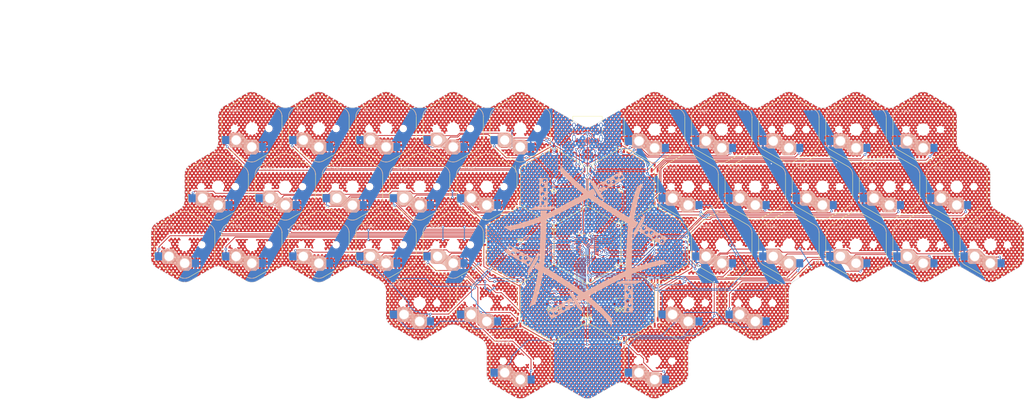
<source format=kicad_pcb>
(kicad_pcb
	(version 20240108)
	(generator "pcbnew")
	(generator_version "8.0")
	(general
		(thickness 1.6)
		(legacy_teardrops no)
	)
	(paper "A4")
	(layers
		(0 "F.Cu" signal)
		(31 "B.Cu" signal)
		(32 "B.Adhes" user "B.Adhesive")
		(33 "F.Adhes" user "F.Adhesive")
		(34 "B.Paste" user)
		(35 "F.Paste" user)
		(36 "B.SilkS" user "B.Silkscreen")
		(37 "F.SilkS" user "F.Silkscreen")
		(38 "B.Mask" user)
		(39 "F.Mask" user)
		(40 "Dwgs.User" user "User.Drawings")
		(41 "Cmts.User" user "User.Comments")
		(42 "Eco1.User" user "User.Eco1")
		(43 "Eco2.User" user "User.Eco2")
		(44 "Edge.Cuts" user)
		(45 "Margin" user)
		(46 "B.CrtYd" user "B.Courtyard")
		(47 "F.CrtYd" user "F.Courtyard")
		(48 "B.Fab" user)
		(49 "F.Fab" user)
		(50 "User.1" user)
		(51 "User.2" user)
		(52 "User.3" user)
		(53 "User.4" user)
		(54 "User.5" user)
		(55 "User.6" user)
		(56 "User.7" user)
		(57 "User.8" user)
		(58 "User.9" user)
	)
	(setup
		(pad_to_mask_clearance 0)
		(allow_soldermask_bridges_in_footprints no)
		(pcbplotparams
			(layerselection 0x00010fc_ffffffff)
			(plot_on_all_layers_selection 0x0000000_00000000)
			(disableapertmacros no)
			(usegerberextensions yes)
			(usegerberattributes no)
			(usegerberadvancedattributes no)
			(creategerberjobfile no)
			(dashed_line_dash_ratio 12.000000)
			(dashed_line_gap_ratio 3.000000)
			(svgprecision 4)
			(plotframeref no)
			(viasonmask no)
			(mode 1)
			(useauxorigin no)
			(hpglpennumber 1)
			(hpglpenspeed 20)
			(hpglpendiameter 15.000000)
			(pdf_front_fp_property_popups yes)
			(pdf_back_fp_property_popups yes)
			(dxfpolygonmode yes)
			(dxfimperialunits yes)
			(dxfusepcbnewfont yes)
			(psnegative no)
			(psa4output no)
			(plotreference yes)
			(plotvalue no)
			(plotfptext yes)
			(plotinvisibletext no)
			(sketchpadsonfab no)
			(subtractmaskfromsilk yes)
			(outputformat 1)
			(mirror no)
			(drillshape 0)
			(scaleselection 1)
			(outputdirectory "production-files")
		)
	)
	(net 0 "")
	(net 1 "Net-(D1-A1)")
	(net 2 "Net-(D1-A2)")
	(net 3 "Net-(D2-A1)")
	(net 4 "Net-(D2-A2)")
	(net 5 "Net-(D3-A1)")
	(net 6 "+3.3V")
	(net 7 "GND")
	(net 8 "VCC")
	(net 9 "Net-(D35-A)")
	(net 10 "VBUS")
	(net 11 "CC1")
	(net 12 "PORT+")
	(net 13 "PORT-")
	(net 14 "unconnected-(J1-SBU1-PadA8)")
	(net 15 "CC2")
	(net 16 "unconnected-(J1-SBU2-PadB8)")
	(net 17 "UDP")
	(net 18 "BOOT")
	(net 19 "RST")
	(net 20 "UDM")
	(net 21 "Net-(D3-A2)")
	(net 22 "Net-(D4-A1)")
	(net 23 "Net-(D4-A2)")
	(net 24 "Net-(D5-A1)")
	(net 25 "Net-(D5-A2)")
	(net 26 "Net-(D6-A1)")
	(net 27 "Net-(D6-A2)")
	(net 28 "Net-(D8-A1)")
	(net 29 "Net-(D8-A2)")
	(net 30 "Net-(D9-A1)")
	(net 31 "Net-(D9-A2)")
	(net 32 "Net-(D10-A2)")
	(net 33 "Net-(D12-A1)")
	(net 34 "Net-(D12-A2)")
	(net 35 "Net-(D13-A1)")
	(net 36 "Net-(D13-A2)")
	(net 37 "Net-(D15-A1)")
	(net 38 "Net-(D15-A2)")
	(net 39 "Net-(D16-A1)")
	(net 40 "Net-(D16-A2)")
	(net 41 "Net-(D17-A1)")
	(net 42 "Net-(D17-A2)")
	(net 43 "Net-(D18-A2)")
	(net 44 "Net-(D19-A1)")
	(net 45 "Net-(D10-A1)")
	(net 46 "Net-(D7-A1)")
	(net 47 "Net-(D7-A2)")
	(net 48 "Net-(D19-A2)")
	(net 49 "Net-(D14-A2)")
	(net 50 "Net-(D14-A1)")
	(net 51 "Net-(D18-A1)")
	(net 52 "col10")
	(net 53 "row3")
	(net 54 "row4")
	(net 55 "col1")
	(net 56 "col2")
	(net 57 "col3")
	(net 58 "col4")
	(net 59 "col5")
	(net 60 "col6")
	(net 61 "col7")
	(net 62 "col8")
	(net 63 "col9")
	(net 64 "row1")
	(net 65 "row2")
	(footprint "Package_TO_SOT_SMD:SOT-23" (layer "F.Cu") (at 129 49.652128 90))
	(footprint "Package_TO_SOT_SMD:SOT-23" (layer "F.Cu") (at 172 80.684708))
	(footprint "Resistor_SMD:R_0603_1608Metric_Pad0.98x0.95mm_HandSolder" (layer "F.Cu") (at 161.25 80.684708))
	(footprint "Resistor_SMD:R_0603_1608Metric_Pad0.98x0.95mm_HandSolder" (layer "F.Cu") (at 118.25 80.684708))
	(footprint "Package_TO_SOT_SMD:SOT-23" (layer "F.Cu") (at 161.25 68.271676 90))
	(footprint "Resistor_SMD:R_0603_1608Metric_Pad0.98x0.95mm_HandSolder" (layer "F.Cu") (at 129 62.06516 180))
	(footprint "Fuse:Fuse_0603_1608Metric_Pad1.05x0.95mm_HandSolder" (layer "F.Cu") (at 150.5 62.06516 180))
	(footprint "Diode_SMD:D_SOD-323_HandSoldering" (layer "F.Cu") (at 139.75 105.510772))
	(footprint "Package_TO_SOT_SMD:SOT-23" (layer "F.Cu") (at 161.25 93.09774 -90))
	(footprint "Capacitor_SMD:C_0603_1608Metric_Pad1.08x0.95mm_HandSolder" (layer "F.Cu") (at 129 74.478192 180))
	(footprint "Package_TO_SOT_SMD:SOT-23" (layer "F.Cu") (at 161.25 55.858644 90))
	(footprint "Package_TO_SOT_SMD:SOT-23" (layer "F.Cu") (at 129 111.717288 -90))
	(footprint "Button_Switch_SMD:SW_Push_SPST_NO_Alps_SKRK" (layer "F.Cu") (at 129 99.304256))
	(footprint "Package_TO_SOT_SMD:SOT-23" (layer "F.Cu") (at 139.75 55.858644 90))
	(footprint "Package_TO_SOT_SMD:SOT-23" (layer "F.Cu") (at 118.25 93.09774 -90))
	(footprint "Package_SO:TSSOP-20_4.4x6.5mm_P0.65mm" (layer "F.Cu") (at 139.75 80.684708))
	(footprint "Button_Switch_SMD:SW_Push_SPST_NO_Alps_SKRK" (layer "F.Cu") (at 150.5 99.304256 180))
	(footprint "Package_TO_SOT_SMD:SOT-23" (layer "F.Cu") (at 150.5 86.891224 -90))
	(footprint "Package_TO_SOT_SMD:SOT-23" (layer "F.Cu") (at 150.5 111.717288 -90))
	(footprint "Package_TO_SOT_SMD:SOT-23" (layer "F.Cu") (at 118.25 55.858644 90))
	(footprint "Package_TO_SOT_SMD:SOT-23" (layer "F.Cu") (at 150.5 49.652128 90))
	(footprint "Package_TO_SOT_SMD:SOT-23" (layer "F.Cu") (at 139.75 93.09774 -90))
	(footprint "Package_TO_SOT_SMD:SOT-23" (layer "F.Cu") (at 118.25 68.271676 90))
	(footprint "Capacitor_SMD:C_0603_1608Metric_Pad1.08x0.95mm_HandSolder" (layer "F.Cu") (at 150.5 74.478192))
	(footprint "Package_TO_SOT_SMD:SOT-23" (layer "F.Cu") (at 161.29 105.510772 -90))
	(footprint "Package_TO_SOT_SMD:SOT-23" (layer "F.Cu") (at 118.25 105.510772 -90))
	(footprint "Package_TO_SOT_SMD:SOT-23-6" (layer "F.Cu") (at 139.75 68.271676 90))
	(footprint "Package_TO_SOT_SMD:SOT-23" (layer "F.Cu") (at 107.5 80.684708 180))
	(footprint "Package_TO_SOT_SMD:SOT-23" (layer "F.Cu") (at 129 86.891224 -90))
	(footprint "Connector_USB:USB_C_Receptacle_HRO_TYPE-C-31-M-12" (layer "F.Cu") (at 139.75 43.445612 180))
	(footprint "s-ol:PG1350_hotswap" (layer "B.Cu") (at 172 99.304256 180))
	(footprint "s-ol:PG1350_hotswap"
		(layer "B.Cu")
		(uuid "1a1c16b2-efd2-4ff3-84f2-aa6a643a34ee")
		(at 10.75 80.684708 180)
		(property "Reference" "SW32"
			(at 7.4 5.9 0)
			(unlocked yes)
			(layer "B.SilkS")
			(uuid "f41a012f-ad3b-420c-a73c-2bd2f21a8e17")
			(effects
				(font
					(size 1 1)
					(thickness 0.15)
				)
				(justify right mirror)
			)
		)
		(property "Value" "SW_Push"
			(at -0.35 -1.9 0)
			(unlocked yes)
			(layer "F.Fab")
			(uuid "6e9f454c-b28e-4353-af3e-653bf708ec3c")
			(effects
				(font
					(size 1 1)
					(thickness 0.15)
				)
			)
		)
		(property "Footprint" "s-ol:PG1350_hotswap"
			(at 0 0 180)
			(unlocked yes)
			(layer "F.Fab")
			(hide yes)
			(uuid "ee9cad65-e353-4aa9-99ed-f95cc1265282")
			(effects
				(font
					(size 1.27 1.27)
				)
			)
		)
		(property "Datasheet" ""
			(at 0 0 180)
			(unlocked yes)
			(layer "F.Fab")
			(hide yes)
			(uuid "114e660d-5290-45dd-a4dc-5cc49d17fee1")
			(effects
				(font
					(size 1.27 1.27)
				)
			)
		)
		(property "Description" "Push button switch, generic, two pins"
			(at 0 0 180)
			(unlocked yes)
			(layer "F.Fab")
			(hide yes)
			(uuid "ff33a3a4-674f-4a66-9042-b713feeb0e9d")
			(effects
				(font
					(size 1.27 1.27)
				)
			)
		)
		(path "/5373c91f-bd14-4c03-875d-ab2d52e21775")
		(sheetfile "hexatana.kicad_sch")
		(attr smd)
		(fp_line
			(start 7.15 -5.5)
			(end 7.15 -1.9)
			(stroke
				(width 0.15)
				(type solid)
			)
			(layer "B.SilkS")
			(uuid "ffe3b0b2-7d0b-4c42-9adf-065f610e19cf")
		)
		(fp_line
			(start 7 -5.7)
			(end 7 -1.7)
			(stroke
				(width 0.15)
				(type solid)
			)
			(layer "B.SilkS")
			(uuid "6a5be6a6-2087-4dab-90c1-b50306e19c55")
		)
		(fp_line
			(start 6.85 -5.8)
			(end 6.85 -1.6)
			(stroke
				(width 0.15)
				(type solid)
			)
			(layer "B.SilkS")
			(uuid "f21f8dac-4f5e-4aab-b79e-8fb673fe0371")
		)
		(fp_line
			(start 6.7 -5.9)
			(end 6.7 -1.5)
			(stroke
				(width 0.15)
				(type solid)
			)
			(layer "B.SilkS")
			(uuid "fe84cbb5-04bb-4658-9fa8-d2085b166cc8")
		)
		(fp_line
			(start 6.55 -5.95)
			(end 6.55 -1.45)
			(stroke
				(width 0.15)
				(type solid)
			)
			(layer "B.SilkS")
			(uuid "a41ba082-e13a-4978-bfdb-a0147f55c7cc")
		)
		(fp_line
			(start 6.4 -6)
			(end 6.4 -1.45)
			(stroke
				(width 0.15)
				(type solid)
			)
			(layer "B.SilkS")
			(uuid "d1fde2f3-0a4e-4bd5-996e-d3e654ea641a")
		)
		(fp_line
			(start 6.25 -6)
			(end 6.25 -1.4)
			(stroke
				(width 0.15)
				(type solid)
			)
			(layer "B.SilkS")
			(uuid "ed5d37ce-aa49-49ac-9f35-e73dd90293fc")
		)
		(fp_line
			(start 6.1 -6)
			(end 6.1 -1.4)
			(stroke
				(width 0.15)
				(type solid)
			)
			(layer "B.SilkS")
			(uuid "1c6abc27-fad4-43ac-93bd-780210aff25b")
		)
		(fp_line
			(start 5.95 -6)
			(end 5.95 -1.4)
			(stroke
				(width 0.15)
				(type solid)
			)
			(layer "B.SilkS")
			(uuid "26bb118f-7be9-4b72-842d-d782382851d3")
		)
		(fp_line
			(start 5.8 -6)
			(end 5.8 -1.4)
			(stroke
				(width 0.15)
				(type solid)
			)
			(layer "B.SilkS")
			(uuid "7e9d1b76-5492-43b2-a279-06d514b3dec2")
		)
		(fp_line
			(start 5.65 -6)
			(end 5.65 -1.4)
			(stroke
				(width 0.15)
				(type solid)
			)
			(layer "B.SilkS")
			(uuid "27e457aa-0e21-49c6-9968-43ff9296ebc4")
		)
		(fp_line
			(start 5.5 -6)
			(end 5.5 -1.4)
			(stroke
				(width 0.15)
				(type solid)
			)
			(layer "B.SilkS")
			(uuid "ebc94918-9fb9-44f5-ab4b-8c74abb12ccb")
		)
		(fp_line
			(start 5.35 -6)
			(end 5.35 -1.4)
			(stroke
				(width 0.15)
				(type solid)
			)
			(layer "B.SilkS")
			(uuid "0956c2a2-5192-469d-949e-a93b5a72923f")
		)
		(fp_line
			(start 5.2 -6)
			(end 5.2 -1.4)
			(stroke
				(width 0.15)
				(type solid)
			)
			(layer "B.SilkS")
			(uuid "e5d02012-ac6b-49e2-ac1c-a261cf97a416")
		)
		(fp_line
			(start 5.05 -6)
			(end 5.05 -1.4)
			(stroke
				(width 0.15)
				(type solid)
			)
			(layer "B.SilkS")
			(uuid "79a9bd65-de24-4ddb-a1d2-f63dca9910ff")
		)
		(fp_line
			(start 4.9 -6)
			(end 4.9 -1.4)
			(stroke
				(width 0.15)
				(type solid)
			)
			(layer "B.SilkS")
			(uuid "39d299b1-31d4-4e9c-96ed-5cab36209b3f")
		)
		(fp_line
			(start 4.75 -6)
			(end 4.75 -1.4)
			(stroke
				(width 0.15)
				(type solid)
			)
			(layer "B.SilkS")
			(uuid "2f6c6ca5-c467-472e-9344-d8a9f63b7fe1")
		)
		(fp_line
			(start 4.65 -5.9)
			(end 4.65 -1.4)
			(stroke
				(width 0.12)
				(type solid)
			)
			(layer "B.SilkS")
			(uuid "7fef446e-ff3e-4c9f-864b-4eabdff45f3a")
		)
		(fp_line
			(start 4.6 -6)
			(end 4.6 -1.4)
			(stroke
				(width 0.15)
				(type solid)
			)
			(layer "B.SilkS")
			(uuid "ca211f00-1272-49b6-8991-1f6efc2b5904")
		)
		(fp_line
			(start 4.45 -6)
			(end 4.45 -1.4)
			(stroke
				(width 0.15)
				(type solid)
			)
			(layer "B.SilkS")
			(uuid "2877f106-5f2d-4076-bffb-b6b819c201d5")
		)
		(fp_line
			(start 4.3 -6)
			(end 4.3 -1.4)
			(stroke
				(width 0.15)
				(type solid)
			)
			(layer "B.SilkS")
			(uuid "a3b069ea-1e3c-4734-8950-84808221b64a")
		)
		(fp_line
			(start 4.3 -6.025)
			(end 6.275 -6.025)
			(stroke
				(width 0.15)
				(type solid)
			)
			(layer "B.SilkS")
			(uuid "a32d18d1-3a18-49f1-811e-65721eec1912")
		)
		(fp_line
			(start 4.15 -6)
			(end 4.15 -1.45)
			(stroke
				(width 0.15)
				(type solid)
			)
			(layer "B.SilkS")
			(uuid "ca148197-004f-4b07-ac44-dfcb339f9dd6")
		)
		(fp_line
			(start 4 -6.05)
			(end 4 -1.4)
			(stroke
				(width 0.15)
				(type solid)
			)
			(layer "B.SilkS")
			(uuid "2cb0e465-497d-41e0-8d7f-bae667b72919")
		)
		(fp_line
			(start 3.85 -6.05)
			(end 3.85 -1.4)
			(stroke
				(width 0.15)
				(type solid)
			)
			(layer "B.SilkS")
			(uuid "0962143b-4de7-4461-a027-4b3e98037e68")
		)
		(fp_line
			(start 3.725 -1.375)
			(end 6.275 -1.375)
			(stroke
				(width 0.15)
				(type solid)
			)
			(layer "B.SilkS")
			(uuid "f35e75a3-1d46-4d8e-898a-a70c7b50ccfd")
		)
		(fp_line
			(start 3.725 -1.375)
			(end 2.45 -2.4)
			(stroke
				(width 0.15)
				(type solid)
			)
			(layer "B.SilkS")
			(uuid "cffd7041-374a-4c62-b5fb-722cf016e462")
		)
		(fp_line
			(start 3.7 -6.05)
			(end 3.7 -1.45)
			(stroke
				(width 0.15)
				(type solid)
			)
			(layer "B.SilkS")
			(uuid "a9edac8d-8565-4610-9a07-d47b0abb6110")
		)
		(fp_line
			(start 3.55 -6.1)
			(end 3.55 -1.55)
			(stroke
				(width 0.15)
				(type solid)
			)
			(layer "B.SilkS")
			(uuid "75f92635-183a-4fdb-aad3-c9137b6b081a")
		)
		(fp_line
			(start 3.4 -6.2)
			(end 3.4 -1.65)
			(stroke
				(width 0.15)
				(type solid)
			)
			(layer "B.SilkS")
			(uuid "9881d6be-5ffe-4e02-9b04-ef7d4cd92a0d")
		)
		(fp_line
			(start 3.25 -6.25)
			(end 3.25 -1.8)
			(stroke
				(width 0.15)
				(type solid)
			)
			(layer "B.SilkS")
			(uuid "f0d6ce86-8997-4d4d-a4db-ffdbdd5be2a2")
		)
		(fp_line
			(start 3.1 -6.35)
			(end 3.1 -1.9)
			(stroke
				(width 0.15)
				(type solid)
			)
			(layer "B.SilkS")
			(uuid "6ffe888e-e2a5-464a-9230-ee335f9ac5ae")
		)
		(fp_line
			(start 2.95 -6.45)
			(end 2.95 -2.05)
			(stroke
				(width 0.15)
				(type solid)
			)
			(layer "B.SilkS")
			(uuid "38169ac5-eef8-4e44-a586-ce6c8d9d2421")
		)
		(fp_line
			(start 2.8 -6.55)
			(end 2.8 -2.15)
			(stroke
				(width 0.15)
				(type solid)
			)
			(layer "B.SilkS")
			(uuid "d8f5c915-9429-438e-a352-6f772f8616f7")
		)
		(fp_line
			(start 2.65 -6.7)
			(end 2.65 -2.25)
			(stroke
				(width 0.15)
				(type solid)
			)
			(layer "B.SilkS")
			(uuid "00efe724-932a-4267-8ffe-b26b06e20dd2")
		)
		(fp_line
			(start 2.5 -6.85)
			(end 2.5 -2.4)
			(stroke
				(width 0.15)
				(type solid)
			)
			(layer "B.SilkS")
			(uuid "4b3875b8-1194-4294-ab61-6e9e5cf4ff51")
		)
		(fp_line
			(start 2.4 -7.05)
			(end 2.4 -2.9)
			(stroke
				(width 0.15)
				(type solid)
			)
			(layer "B.SilkS")
			(uuid "1ce75424-66ae-4390-9a75-8e34265458bd")
		)
		(fp_line
			(start 2.3 -7.2)
			(end 2.3 -3.05)
			(stroke
				(width 0.15)
				(type solid)
			)
			(layer "B.SilkS")
			(uuid "93c24b1a-14e7-47cb-894c-69ecc6ecb413")
		)
		(fp_line
			(start 2.2 -7.4)
			(end 2.2 -3.25)
			(stroke
				(width 0.15)
				(type solid)
			)
			(layer "B.SilkS")
			(uuid "b4131a96-a45f-4f9c-8ccb-c878b1a84254")
		)
		(fp_line
			(start 2.1 -7.55)
			(end 2.1 -3.35)
			(stroke
				(width 0.15)
				(type solid)
			)
			(layer "B.SilkS")
			(uuid "4823e447-2117-40c9-9234-52c8947c894d")
		)
		(fp_line
			(start 2 -7.8)
			(end 2 -3.4)
			(stroke
				(width 0.15)
				(type solid)
			)
			(layer "B.SilkS")
			(uuid "e25c0503-12da-4d36-ad1e-4b60566043c3")
		)
		(fp_line
			(start 1.9 -7.95)
			(end 1.9 -3.45)
			(stroke
				(width 0.15)
				(type solid)
			)
			(layer "B.SilkS")
			(uuid "23a780e3-57ff-46b9-8d2f-af37d0e0154c")
		)
		(fp_line
			(start 1.8 -3.6)
			(end 4.65 -5.9)
			(stroke
				(width 0.12)
				(type solid)
			)
			(layer "B.SilkS")
			(uuid "5b5e7ad5-56d8-4ff2-9a7e-c56bc75e018f")
		)
		(fp_line
			(start 1.8 -7.95)
			(end 1.8 -3.6)
			(stroke
				(width 0.12)
				(type solid)
			)
			(layer "B.SilkS")
			(uuid "f8dee335-9991-408c-838c-e647b34c7b7c")
		)
		(fp_line
			(start 1.75 -8.05)
			(end 1.75 -3.5)
			(stroke
				(width 0.15)
				(type solid)
			)
			(layer "B.SilkS")
			(uuid "a5cf0c47-4ce4-4e97-bd14-5b8fad231d90")
		)
		(fp_line
			(start 1.6 -8.15)
			(end 1.6 -3.6)
			(stroke
				(width 0.15)
				(type solid)
			)
			(layer "B.SilkS")
			(uuid "7aaf1b48-3622-4008-ab8b-2580bbe3e758")
		)
		(fp_line
			(start 1.45 -8.2)
			(end 1.45 -3.6)
			(stroke
				(width 0.15)
				(type solid)
			)
			(layer "B.SilkS")
			(uuid "e0762d1e-c3de-4508-82df-ee1a7846b122")
		)
		(fp_line
			(start 1.3 -8.2)
			(end 1.3 -3.6)
			(stroke
				(width 0.15)
				(type solid)
			)
			(layer "B.SilkS")
			(uuid "8cf94f92-91d9-4f35-ac05-6eeeaffba07b")
		)
		(fp_line
			(start 1.15 -8.2)
			(end 1.15 -3.65)
			(stroke
				(width 0.15)
				(type solid)
			)
			(layer "B.SilkS")
			(uuid "21347d9d-54a4-491e-95a9-d27debef451a")
		)
		(fp_line
			(start 1 -8.2)
			(end 1 -3.6)
			(stroke
				(width 0.15)
				(type solid)
			)
			(layer "B.SilkS")
			(uuid "e8fde1e5-b013-40b2-b5c5-12003f09b99b")
		)
		(fp_line
			(start 0.85 -8.2)
			(end 0.85 -3.6)
			(stroke
				(width 0.15)
				(type solid)
			)
			(layer "B.SilkS")
			(uuid "9ae2474c-bff4-4dc8-af0b-48036a8c3dd0")
		)
		(fp_line
			(start 0.7 -8.2)
			(end 0.7 -3.6)
			(stroke
				(width 0.15)
				(type solid)
			)
			(layer "B.SilkS")
			(uuid "bdaccc55-64a4-4bbf-b0e2-d1582d3ea8d7")
		)
		(fp_line
			(start 0.55 -8.2)
			(end 0.55 -3.6)
			(stroke
				(width 0.15)
				(type solid)
			)
			(layer "B.SilkS")
			(uuid "c6f528b5-4ba9-4105-b783-f6d64fddc1f5")
		)
		(fp_line
			(start 0.4 -8.2)
			(end 0.4 -3.6)
			(stroke
				(width 0.15)
				(type solid)
			)
			(layer "B.SilkS")
			(uuid "5aff3bdd-4d82-4c80-b1a4-b313461e5703")
		)
		(fp_line
			(start 0.25 -8.2)
			(end 0.25 -3.6)
			(stroke
				(width 0.15)
				(type solid)
			)
			(layer "B.SilkS")
			(uuid "7706a7cb-f9ad-462d-8d52-bd97767d3362")
		)
		(fp_line
			(start 0.1 -8.2)
			(end 0.1 -3.6)
			(stroke
				(width 0.15)
				(type solid)
			)
			(layer "B.SilkS")
			(uuid "efed3173-06d0-44b1-a26e-4af881f2cd0f")
		)
		(fp_line
			(start -0.05 -8.2)
			(end -0.05 -3.6)
			(stroke
				(width 0.15)
				(type solid)
			)
			(layer "B.SilkS")
			(uuid "7656ee2e-33bf-4850-aa74-a214b9c5ca5e")
		)
		(fp_line
			(start -0.2 -8.2)
			(end -0.2 -3.6)
			(stroke
				(width 0.15)
				(type solid)
			)
			(layer "B.SilkS")
			(uuid "e8b8e083-1d75-4646-8277-5b8551f3f1df")
		)
		(fp_line
			(start -0.35 -8.2)
			(end -0.35 -3.6)
			(stroke
				(width 0.15)
				(type solid)
			)
			(layer "B.SilkS")
			(uuid "0446f4c2-53ea-452a-a41c-9be78fed9981")
		)
		(fp_line
			(start -0.5 -8.2)
			(end -0.5 -3.6)
			(stroke
				(width 0.15)
				(type solid)
			)
			(layer "B.SilkS")
			(uuid "2d3b098d-7b17-456e-b548-22e41cad8e9d")
		)
		(fp_line
			(start -0.65 -8.2)
			(end -0.65 -3.6)
			(stroke
				(width 0.15)
				(type solid)
			)
			(layer "B.SilkS")
			(uuid "38c1d323-e480-46e2-99d3-8f35163fa4e6")
		)
		(fp_line
			(start -0.8 -8.2)
			(end -0.8 -3.6)
			(stroke
				(width 0.15)
				(type solid)
			)
			(layer "B.SilkS")
			(uuid "2a37e691-35a5-4c8b-9721-4824f887f92a")
		)
		(fp_line
			(start -0.9 -3.65)
			(end 1.8 -7.95)
			(stroke
				(width 0.12)
				(type solid)
			)
			(layer "B.SilkS")
			(uuid "a61f8399-1d45-49e4-9ac4-ab301aab95a0")
		)
		(fp_line
			(start -0.9 -8.1)
			(end -0.9 -3.65)
			(stroke
				(width 0.12)
				(type solid)
			)
			(layer "B.SilkS")
			(uuid "4c823f38-f85e-4cee-8c62-447a7661be65")
		)
		(fp_line
			(start -0.95 -8.2)
			(end -0.95 -3.6)
			(stroke
				(width 0.15)
				(type solid)
			)
			(layer "B.SilkS")
			(uuid "c19bbe50-f1ba-48e1-be34-e53275460d1b")
		)
		(fp_line
			(start -1.1 -8.2)
			(end -1.1 -3.6)
			(stroke
				(width 0.15)
				(type solid)
			)
			(layer "B.SilkS")
			(uuid "a56b69c3-e2ee-421a-97bb-2f4129715d4b")
		)
		(fp_line
			(start -1.25 -8.2)
			(end -1.25 -3.6)
			(stroke
				(width 0.15)
				(type solid)
			)
			(layer "B.SilkS")
			(uuid "c7e36bdb-9c76-477c-9112-3db126dbfad2")
		)
		(fp_line
			(start -1.3 -3.575)
			(end 1.275 -3.575)
			(stroke
				(width 0.15)
				(type solid)
			)
			(layer "B.SilkS")
			(uuid "0de6a17a-d6f2-463c-85ee-d573d48c7479")
		)
		(fp_line
			(start -1.3 -3.575)
			(end -2.325 -4.6)
			(stroke
				(width 0.15)
				(type solid)
			)
			(layer "B.SilkS")
			(uuid "2e6efce2-df42-49fe-8f5c-31c1bdbc9ec8")
		)
		(fp_line
			(start -1.3 -8.225)
			(end 1.3 -8.225)
			(stroke
				(width 0.15)
				(type solid)
			)
			(layer "B.SilkS")
			(uuid "7544d13e-77b0-48b0-b082-09d9bac04336")
		)
		(fp_line
			(start -1.3 -8.225)
			(end -2.325 -7.2)
			(stroke
				(width 0.15)
				(type solid)
			)
			(layer "B.SilkS")
			(uuid "970961e4-406e-4525-8afe-9aaccd130504")
		)
		(fp_line
			(start -1.4 -8.1)
			(end -1.4 -3.7)
			(stroke
				(width 0.15)
				(type solid)
			)
			(layer "B.SilkS")
			(uuid "1c48b4fc-c3e1-4652-8869-bfd3744c15b2")
		)
		(fp_line
			(start -1.55 -7.95)
			(end -1.55 -3.85)
			(stroke
				(width 0.15)
				(type solid)
			)
			(layer "B.SilkS")
			(uuid "075d3418-49d3-47c1-8bf7-7166b8f6f98a")
		)
		(fp_line
			(start -1.7 -7.8)
			(end -1.7 -4)
			(stroke
				(width 0.15)
				(type solid)
			)
			(layer "B.SilkS")
			(uuid "3e1acad7-4956-400b-a349-f340aa2cc894")
		)
		(fp_line
			(start -1.85 -7.65)
			(end -1.85 -4.15)
			(stroke
				(width 0.15)
				(type solid)
			)
			(layer "B.SilkS")
			(uuid "343a278d-1b1c-431b-8461-df0eb82ab6a8")
		)
		(fp_line
			(start -1.95 -7.55)
			(end -1.95 -4.25)
			(stroke
				(width 0.15)
				(type solid)
			)
			(layer "B.SilkS")
			(uuid "4f5fa5f2-5b68-4e63-af97-f7a8f58b5221")
		)
		(fp_line
			(start -2.05 -7.45)
			(end -2.05 -4.35)
			(stroke
				(width 0.15)
				(type solid)
			)
			(layer "B.SilkS")
			(uuid "70373aa5-e89a-4714-8506-8b2c28acecf9")
		)
		(fp_line
			(start -2.15 -7.35)
			(end -2.15 -4.45)
			(stroke
				(width 0.15)
				(type solid)
			)
			(layer "B.SilkS")
			(uuid "514f5746-c0c7-4a32-8aa7-7d50567c3c8a")
		)
		(fp_line
			(start -2.3 -4.575)
			(end -2.3 -7.225)
			(stroke
				(width 0.15)
				(type solid)
			)
			(layer "B.SilkS")
			(uuid "0912cd69-cac3-49d4-be17-991e969cff82")
		)
		(fp_arc
			(start 9.674999 3.853813)
			(mid 9.273079 5.353815)
			(end 8.174999 6.451889)
			(stroke
				(width 0.15)
				(type solid)
			)
			(layer "B.SilkS")
			(uuid "6c2c8de3-4b96-4bd6-aba3-81ec4a1efb64")
		)
		(fp_arc
			(start 8.175 -6.451889)
			(mid 9.27308 -5.353815)
			(end 9.675 -3.853813)
			(stroke
				(width 0.15)
				(type solid)
			)
			(layer "B.SilkS")
			(uuid "2d888a7d-b212-4f7d-99ee-d32239d20472")
		)
		(fp_arc
			(start 7.275 -2.375)
			(mid 6.982107 -1.667893)
			(end 6.275 -1.375)
			(stroke
				(width 0.15)
				(type solid)
			)
			(layer "B.SilkS")
			(uuid "2a00a182-1893-4f74-941d-d48bad85467f")
		)
		(fp_arc
			(start 6.275 -6.025)
			(mid 6.982107 -5.732107)
			(end 7.275 -5.025)
			(stroke
				(width 0.15)
				(type solid)
			)
			(layer "B.SilkS")
			(uuid "ec4d9cc8-cc60-4a4c-8421-b5a5168756ba")
		)
		(fp_arc
			(start 4.3 -6.025)
			(mid 2.995114 -6.436429)
			(end 2.162199 -7.521904)
			(stroke
				(width 0.15)
				(type solid)
			)
			(layer "B.SilkS")
			(uuid "704f88e6-ec96-4d40-8c0a-c47fe5924664")
		)
		(fp_arc
			(start 1.5 10.305701)
			(mid 0.000001 10.707625)
			(end -1.499999 10.305702)
			(stroke
				(width 0.15)
				(type solid)
			)
			(layer "B.SilkS")
			(uuid "ebc38aff-9f6d-4e96-986f-b86674c6a4bd")
		)
		(fp_arc
			(start 1.300995 -8.223791)
			(mid 1.848288 -8.016024)
			(end 2.162199 -7.521904)
			(stroke
				(width 0.15)
				(type solid)
			)
			(layer "B.SilkS")
			(uuid "368c9d6b-352d-4b6f-912c-28ea8daf5d88")
		)
		(fp_arc
			(start 1.275 -3.575)
			(mid 2.10585 -3.23085)
			(end 2.45 -2.4)
			(stroke
				(width 0.15)
				(type solid)
			)
			(layer "B.SilkS")
			(uuid "decda1c6-778b-45ce-9957-2d703e501c77")
		)
		(fp_arc
			(start -1.5 -10.305701)
			(mid -0.000001 -10.707625)
			(end 1.499999 -10.305702)
			(stroke
				(width 0.15)
				(type solid)
			)
			(layer "B.SilkS")
			(uuid "ed430348-0d3f-483c-be0a-b668441dda7e")
		)
		(fp_arc
			(start -8.175 6.451889)
			(mid -9.27308 5.353815)
			(end -9.675 3.853813)
			(stroke
				(width 0.15)
				(type solid)
			)
			(layer "B.SilkS")
			(uuid "b2e88386-726f-4799-a08f-7993099520c0")
		)
		(fp_arc
			(start -9.675 -3.853813)
			(mid -9.273075 -5.353812)
			(end -8.175 -6.451889)
			(stroke
				(width 0.15)
				(type solid)
			)
			(layer "B.SilkS")
			(uuid "d23f6137-603e-48e4-8dfd-52b13b0c6f6d")
		)
		(fp_line
			(start 9.674999 3.853813)
			(end 9.675 -3.853813)
			(stroke
				(width 0.15)
				(type solid)
			)
			(layer "F.SilkS")
			(uuid "b9d655bf-cff4-4ce6-8ddc-0a3785d1ab37")
		)
		(fp_line
			(start 8.175 -6.451889)
			(end 1.499999 -10.305702)
			(stroke
				(width 0.15)
				(type solid)
			)
			(layer "F.SilkS")
			(uuid "c9fbd1e2-4095-4682-9dcc-7ec85e109d12")
		)
		(fp_line
			(start 1.5 10.305702)
			(end 8.174999 6.451889)
			(stroke
				(width 0.15)
				(type solid)
			)
			(layer "F.SilkS")
			(uuid "37748d96-36a3-42f3-a4f8-f85226d6ae6b")
		)
		(fp_line
			(start -1.5 -10.305702)
			(end -8.175 -6.451889)
			(stroke
				(width 0.15)
				(type solid)
			)
			(layer "F.SilkS")
			(uuid "fd2b7b21-6ec8-41e4-b7d9-fbb2258e9a28")
		)
		(fp_line
			(start -8.175 6.451889)
			(end -1.499999 10.305702)
			(stroke
				(width 0.15)
				(type solid)
			)
			(layer "F.SilkS")
			(uuid "f8703e09-ad03-44cd-8eed-5aa2f8eb4474")
		)
		(fp_line
			(start -9.674999 -3.853813)
			(end -9.674999 3.853813)
			(stroke
				(width 0.15)
				(type solid)
			)
			(layer "F.SilkS")
			(uuid "c0263910-082f-4cbd-8b5b-339202ca2950")
		)
		(fp_arc
			(start 9.674999 3.853813)
			(mid 9.273079 5.353815)
			(end 8.174999 6.451889)
			(stroke
				(width 0.15)
				(type solid)
			)
			(layer "F.SilkS")
			(uuid "246250c1-be6c-49d5-9ecf-aef2d5f18be8")
		)
		(fp_arc
			(start 8.175 -6.451889)
			(mid 9.27308 -5.353815)
			(end 9.675 -3.853813)
			(stroke
				(width 0.15)
				(type solid)
			)
			(layer "F.SilkS")
			(uuid "2131deed-5ba5-4add-b6e5-9df54d77e3e3")
		)
		(fp_arc
			(start 1.5 10.305701)
			(mid 0.000001 10.707625)
			(end -1.499999 10.305702)
			(stroke
				(width 0.15)
				(type solid)
			)
			(layer "F.SilkS")
			(uuid "799a65ec-4f02-4b29-a105-bb87311889e9")
		)
		(fp_arc
			(start -1.5 -10.305701)
			(mid -0.000001 -10.707625)
			(end 1.499999 -10.305702)
			(stroke
				(width 0.15)
				(type solid)
			)
			(layer "F.SilkS")
			(uuid "92112377-f2df-4073-ad90-61b6cc0ecb5b")
		)
		(fp_arc
			(start -8.175 6.451889)
			(mid -9.27308 5.353815)
			(end -9.675 3.853813)
			(stroke
				(width 0.15)
				(type solid)
			)
			(layer "F.SilkS")
			(uuid "fb02869f-ce59-4d2e-bf77-dd19f03975f8")
		)
		(fp_arc
			(start -9.675 -3.853813)
			(mid -9.2
... [11869950 chars truncated]
</source>
